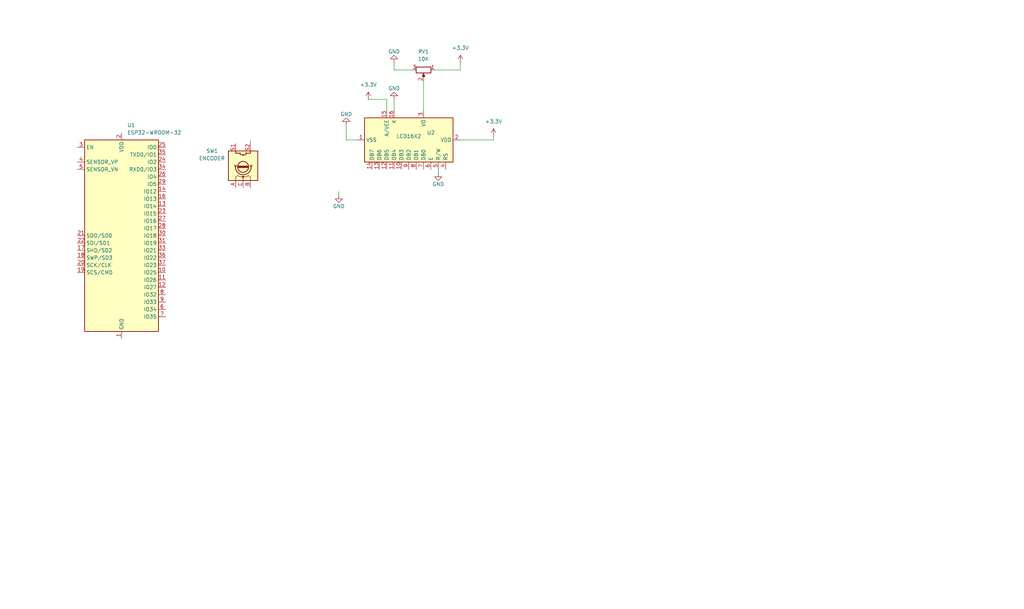
<source format=kicad_sch>
(kicad_sch (version 20230121) (generator eeschema)
  (paper "User" 353.136 210.007)
  (title_block (title "ESP32 WITH  LCD16x2, ENCODER AND QN8066") (company "Ricardo Lima Caratti"))
  (lib_symbols
    (symbol "Device:R_Potentiometer" (pin_names (offset 1.016) hide)
      (property "Reference" "RV" (at -4.445 0 90))
      (property "Value" "R_Potentiometer" (at -2.54 0 90))
      (symbol "R_Potentiometer_0_1"
        (polyline (pts (xy 2.54 0) (xy 1.524 0)))
        (polyline (pts (xy 1.143 0) (xy 2.286 0.508) (xy 2.286 -0.508) (xy 1.143 0)) (fill (type outline)))
        (rectangle (start 1.016 2.54) (end -1.016 -2.54) (stroke (width 0.254)))
      )
      (symbol "R_Potentiometer_1_1"
        (pin passive line (at 0 3.81 270) (length 1.27) (name "1") (number "1"))
        (pin passive line (at 3.81 0 180) (length 1.27) (name "2") (number "2"))
        (pin passive line (at 0 -3.81 90) (length 1.27) (name "3") (number "3"))
      )
    )
    (symbol "Device:RotaryEncoder_Switch" (pin_names (offset 0.254) hide)
      (property "Reference" "SW" (at 0 6.604 0))
      (property "Value" "RotaryEncoder_Switch" (at 0 -6.604 0))
      (symbol "RotaryEncoder_Switch_0_1"
        (rectangle (start -5.08 5.08) (end 5.08 -5.08) (stroke (width 0.254)) (fill (type background)))
        (circle (center -3.81 0) (radius 0.254) (fill (type outline)))
        (circle (center -0.381 0) (radius 1.905) (stroke (width 0.254)))
        (arc (start -0.381 2.667) (mid -3.0988 -0.0635) (end -0.381 -2.794) (stroke (width 0.254)))
        (polyline (pts (xy -0.635 -1.778) (xy -0.635 1.778)) (stroke (width 0.254)))
        (polyline (pts (xy -0.381 -1.778) (xy -0.381 1.778)) (stroke (width 0.254)))
        (polyline (pts (xy -0.127 1.778) (xy -0.127 -1.778)) (stroke (width 0.254)))
        (polyline (pts (xy 3.81 0) (xy 3.429 0)) (stroke (width 0.254)))
        (polyline (pts (xy 3.81 1.016) (xy 3.81 -1.016)) (stroke (width 0.254)))
        (polyline (pts (xy -5.08 -2.54) (xy -3.81 -2.54) (xy -3.81 -2.032)))
        (polyline (pts (xy -5.08 2.54) (xy -3.81 2.54) (xy -3.81 2.032)))
        (polyline (pts (xy 0.254 -3.048) (xy -0.508 -2.794) (xy 0.127 -2.413)) (stroke (width 0.254)))
        (polyline (pts (xy 0.254 2.921) (xy -0.508 2.667) (xy 0.127 2.286)) (stroke (width 0.254)))
        (polyline (pts (xy 5.08 -2.54) (xy 4.318 -2.54) (xy 4.318 -1.016)) (stroke (width 0.254)))
        (polyline (pts (xy 5.08 2.54) (xy 4.318 2.54) (xy 4.318 1.016)) (stroke (width 0.254)))
        (polyline (pts (xy -5.08 0) (xy -3.81 0) (xy -3.81 -1.016) (xy -3.302 -2.032)))
        (polyline (pts (xy -4.318 0) (xy -3.81 0) (xy -3.81 1.016) (xy -3.302 2.032)))
        (circle (center 4.318 -1.016) (radius 0.127) (stroke (width 0.254)))
        (circle (center 4.318 1.016) (radius 0.127) (stroke (width 0.254)))
      )
      (symbol "RotaryEncoder_Switch_1_1"
        (pin passive line (at -7.62 2.54 0) (length 2.54) (name "A") (number "A"))
        (pin passive line (at -7.62 -2.54 0) (length 2.54) (name "B") (number "B"))
        (pin passive line (at -7.62 0 0) (length 2.54) (name "C") (number "C"))
        (pin passive line (at 7.62 2.54 180) (length 2.54) (name "S1") (number "S1"))
        (pin passive line (at 7.62 -2.54 180) (length 2.54) (name "S2") (number "S2"))
      )
    )
    (symbol "Display_Character:RC1602A"
      (property "Reference" "U" (at -6.35 16.51 0))
      (property "Value" "RC1602A" (at 2.794 16.51 0))
      (symbol "RC1602A_0_1"
        (rectangle (start -7.62 15.24) (end 7.62 -15.24) (stroke (width 0.254)) (fill (type background)))
      )
      (symbol "RC1602A_1_1"
        (pin power_in line (at 0 -17.78 90) (length 2.54) (name "VSS") (number "1"))
        (pin bidirectional line (at -10.16 -2.54 0) (length 2.54) (name "DB3") (number "10"))
        (pin bidirectional line (at -10.16 -5.08 0) (length 2.54) (name "DB4") (number "11"))
        (pin bidirectional line (at -10.16 -7.62 0) (length 2.54) (name "DB5") (number "12"))
        (pin bidirectional line (at -10.16 -10.16 0) (length 2.54) (name "DB6") (number "13"))
        (pin bidirectional line (at -10.16 -12.7 0) (length 2.54) (name "DB7") (number "14"))
        (pin power_in line (at 10.16 -7.62 180) (length 2.54) (name "A/VEE") (number "15"))
        (pin power_in line (at 10.16 -5.08 180) (length 2.54) (name "K") (number "16"))
        (pin power_in line (at 0 17.78 270) (length 2.54) (name "VDD") (number "2"))
        (pin power_in line (at 10.16 5.08 180) (length 2.54) (name "VO") (number "3"))
        (pin input line (at -10.16 12.7 0) (length 2.54) (name "RS") (number "4"))
        (pin input line (at -10.16 10.16 0) (length 2.54) (name "R/W") (number "5"))
        (pin input line (at -10.16 7.62 0) (length 2.54) (name "E") (number "6"))
        (pin bidirectional line (at -10.16 5.08 0) (length 2.54) (name "DB0") (number "7"))
        (pin bidirectional line (at -10.16 2.54 0) (length 2.54) (name "DB1") (number "8"))
        (pin bidirectional line (at -10.16 0 0) (length 2.54) (name "DB2") (number "9"))
      )
    )
    (symbol "RF_Module:ESP32-WROOM-32"
      (property "Reference" "U" (at -12.7 34.29 0))
      (property "Value" "ESP32-WROOM-32" (at 1.27 34.29 0))
      (symbol "ESP32-WROOM-32_0_1"
        (rectangle (start -12.7 33.02) (end 12.7 -33.02) (stroke (width 0.254)) (fill (type background)))
      )
      (symbol "ESP32-WROOM-32_1_1"
        (pin power_in line (at 0 -35.56 90) (length 2.54) (name "GND") (number "1"))
        (pin bidirectional line (at 15.24 -12.7 180) (length 2.54) (name "IO25") (number "10"))
        (pin bidirectional line (at 15.24 -15.24 180) (length 2.54) (name "IO26") (number "11"))
        (pin bidirectional line (at 15.24 -17.78 180) (length 2.54) (name "IO27") (number "12"))
        (pin bidirectional line (at 15.24 10.16 180) (length 2.54) (name "IO14") (number "13"))
        (pin bidirectional line (at 15.24 15.24 180) (length 2.54) (name "IO12") (number "14"))
        (pin passive line (at 0 -35.56 90) (length 2.54) hide (name "GND") (number "15"))
        (pin bidirectional line (at 15.24 12.7 180) (length 2.54) (name "IO13") (number "16"))
        (pin bidirectional line (at -15.24 -5.08 0) (length 2.54) (name "SHD/SD2") (number "17"))
        (pin bidirectional line (at -15.24 -7.62 0) (length 2.54) (name "SWP/SD3") (number "18"))
        (pin bidirectional line (at -15.24 -12.7 0) (length 2.54) (name "SCS/CMD") (number "19"))
        (pin power_in line (at 0 35.56 270) (length 2.54) (name "VDD") (number "2"))
        (pin bidirectional line (at -15.24 -10.16 0) (length 2.54) (name "SCK/CLK") (number "20"))
        (pin bidirectional line (at -15.24 0 0) (length 2.54) (name "SDO/SD0") (number "21"))
        (pin bidirectional line (at -15.24 -2.54 0) (length 2.54) (name "SDI/SD1") (number "22"))
        (pin bidirectional line (at 15.24 7.62 180) (length 2.54) (name "IO15") (number "23"))
        (pin bidirectional line (at 15.24 25.4 180) (length 2.54) (name "IO2") (number "24"))
        (pin bidirectional line (at 15.24 30.48 180) (length 2.54) (name "IO0") (number "25"))
        (pin bidirectional line (at 15.24 20.32 180) (length 2.54) (name "IO4") (number "26"))
        (pin bidirectional line (at 15.24 5.08 180) (length 2.54) (name "IO16") (number "27"))
        (pin bidirectional line (at 15.24 2.54 180) (length 2.54) (name "IO17") (number "28"))
        (pin bidirectional line (at 15.24 17.78 180) (length 2.54) (name "IO5") (number "29"))
        (pin input line (at -15.24 30.48 0) (length 2.54) (name "EN") (number "3"))
        (pin bidirectional line (at 15.24 0 180) (length 2.54) (name "IO18") (number "30"))
        (pin bidirectional line (at 15.24 -2.54 180) (length 2.54) (name "IO19") (number "31"))
        (pin no_connect line (at -12.7 -27.94 0) (length 2.54) hide (name "NC") (number "32"))
        (pin bidirectional line (at 15.24 -5.08 180) (length 2.54) (name "IO21") (number "33"))
        (pin bidirectional line (at 15.24 22.86 180) (length 2.54) (name "RXD0/IO3") (number "34"))
        (pin bidirectional line (at 15.24 27.94 180) (length 2.54) (name "TXD0/IO1") (number "35"))
        (pin bidirectional line (at 15.24 -7.62 180) (length 2.54) (name "IO22") (number "36"))
        (pin bidirectional line (at 15.24 -10.16 180) (length 2.54) (name "IO23") (number "37"))
        (pin passive line (at 0 -35.56 90) (length 2.54) hide (name "GND") (number "38"))
        (pin passive line (at 0 -35.56 90) (length 2.54) hide (name "GND") (number "39"))
        (pin input line (at -15.24 25.4 0) (length 2.54) (name "SENSOR_VP") (number "4"))
        (pin input line (at -15.24 22.86 0) (length 2.54) (name "SENSOR_VN") (number "5"))
        (pin input line (at 15.24 -25.4 180) (length 2.54) (name "IO34") (number "6"))
        (pin input line (at 15.24 -27.94 180) (length 2.54) (name "IO35") (number "7"))
        (pin bidirectional line (at 15.24 -20.32 180) (length 2.54) (name "IO32") (number "8"))
        (pin bidirectional line (at 15.24 -22.86 180) (length 2.54) (name "IO33") (number "9"))
      )
    )
    (symbol "power:+3.3V" (power) (pin_names (offset 0))
      (property "Value" "+3.3V" (at 0 3.556 0))
      (symbol "+3.3V_0_1"
        (polyline (pts (xy -0.762 1.27) (xy 0 2.54)))
        (polyline (pts (xy 0 0) (xy 0 2.54)))
        (polyline (pts (xy 0 2.54) (xy 0.762 1.27)))
      )
      (symbol "+3.3V_1_1"
        (pin power_in line (at 0 0 90) (length 0) hide (name "+3.3V") (number "1"))
      )
    )
    (symbol "power:GND" (power) (pin_names (offset 0))
      (property "Value" "GND" (at 0 -3.81 0))
      (symbol "GND_0_1"
        (polyline (pts (xy 0 0) (xy 0 -1.27) (xy 1.27 -1.27) (xy 0 -2.54) (xy -1.27 -1.27) (xy 0 -1.27)))
      )
      (symbol "GND_1_1"
        (pin power_in line (at 0 0 270) (length 0) hide (name "GND") (number "1"))
      )
    )
  )
  (wire (pts (xy 158.75 48.26) (xy 170.18 48.26)))
  (wire (pts (xy 116.84 66.04) (xy 116.84 67.31)))
  (wire (pts (xy 158.75 21.59) (xy 158.75 24.13)))
  (wire (pts (xy 135.89 21.59) (xy 135.89 24.13)))
  (wire (pts (xy 149.86 24.13) (xy 158.75 24.13)))
  (wire (pts (xy 146.05 27.94) (xy 146.05 38.1)))
  (wire (pts (xy 151.13 58.42) (xy 151.13 59.69)))
  (wire (pts (xy 86.36 48.26) (xy 86.36 49.53)))
  (wire (pts (xy 119.38 43.18) (xy 119.38 48.26)))
  (wire (pts (xy 127 34.29) (xy 133.35 34.29)))
  (wire (pts (xy 119.38 48.26) (xy 123.19 48.26)))
  (wire (pts (xy 135.89 34.29) (xy 135.89 38.1)))
  (wire (pts (xy 142.24 24.13) (xy 135.89 24.13)))
  (wire (pts (xy 133.35 38.1) (xy 133.35 34.29)))
  (wire (pts (xy 170.18 48.26) (xy 170.18 46.99)))
  (symbol (lib_id "power:+3.3V") (at 170.18 46.99 0) (unit 1)
    (property "Reference" "#PWR03" (effects hide))
    (property "Value" "+3.3V" (at 170.18 41.91 0))
  )
  (symbol (lib_id "Display_Character:RC1602A") (at 140.97 48.26 270) (mirror x) (unit 1)
    (property "Reference" "U2" (at 148.59 45.72 90))
    (property "Value" "LCD16X2" (at 140.97 46.99 90))
    (property "Footprint" "Display:RC1602A" (effects hide))
    (property "Datasheet" "http://www.raystar-optronics.com/down.php?ProID=18" (effects hide))
  )
  (symbol (lib_id "power:+3.3V") (at 158.75 21.59 0) (unit 1)
    (property "Reference" "#PWR04" (effects hide))
    (property "Value" "+3.3V" (at 158.75 16.51 0))
  )
  (symbol (lib_id "Device:RotaryEncoder_Switch") (at 83.82 57.15 90) (unit 1)
    (property "Reference" "SW1" (at 71.12 52.07 90) (effects (justify right)))
    (property "Value" "ENCODER" (at 68.58 54.61 90) (effects (justify right)))
  )
  (symbol (lib_id "power:GND") (at 135.89 34.29 180) (unit 1)
    (property "Reference" "#PWR06" (effects hide))
    (property "Value" "GND" (at 135.89 30.48 0))
  )
  (symbol (lib_id "power:GND") (at 119.38 43.18 180) (unit 1)
    (property "Reference" "#PWR02" (effects hide))
    (property "Value" "GND" (at 119.38 39.37 0))
  )
  (symbol (lib_id "power:GND") (at 135.89 21.59 180) (unit 1)
    (property "Reference" "#PWR05" (effects hide))
    (property "Value" "GND" (at 135.89 17.78 0))
  )
  (symbol (lib_id "power:+3.3V") (at 127 34.29 0) (unit 1)
    (property "Reference" "#PWR07" (effects hide))
    (property "Value" "+3.3V" (at 127 29.21 0))
  )
  (symbol (lib_id "power:GND") (at 151.13 59.69 0) (unit 1)
    (property "Reference" "#PWR01" (effects hide))
    (property "Value" "GND" (at 151.13 63.5 0))
  )
  (symbol (lib_id "Device:R_Potentiometer") (at 146.05 24.13 270) (unit 1)
    (property "Reference" "RV1" (at 146.05 17.78 90))
    (property "Value" "10K" (at 146.05 20.32 90))
  )
  (symbol (lib_id "power:GND") (at 116.84 67.31 0) (unit 1)
    (property "Reference" "#PWR010" (effects hide))
    (property "Value" "GND" (at 116.84 71.12 0))
  )
  (symbol (lib_id "RF_Module:ESP32-WROOM-32") (at 41.91 81.28 0) (unit 1)
    (property "Reference" "U1" (at 43.8659 43.18 0) (effects (justify left)))
    (property "Value" "ESP32-WROOM-32" (at 43.8659 45.72 0) (effects (justify left)))
    (property "Footprint" "RF_Module:ESP32-WROOM-32" (effects hide))
    (property "Datasheet" "https://www.espressif.com/sites/default/files/documentation/esp32-wroom-32_datasheet_en.pdf" (effects hide))
  )
)
</source>
